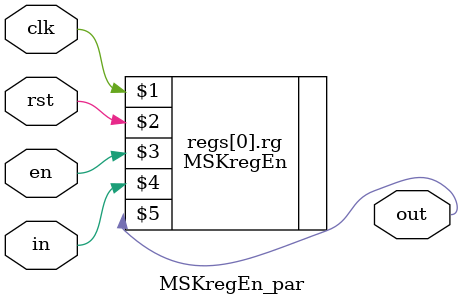
<source format=v>
(* fv_strat = "flatten" *) module MSKregEn_par #(parameter d=1, parameter count=1) (clk, rst, en, in, out);

	(* fv_type = "clock" *)   input clk;
	(* fv_type = "control" *) input rst;
	(* fv_type = "control" *) input en;
	(* fv_type = "sharing", fv_latency = 0, fv_count=count *) input  [count*d-1:0] in;
	(* fv_type = "sharing", fv_latency = 1, fv_count=count *) output [count*d-1:0] out;

	genvar i;
	for(i=0; i<count; i=i+1) begin: regs
		MSKregEn #(d) rg(clk, rst, en, in[i*d +: d], out[i*d +: d]);
	end


endmodule

</source>
